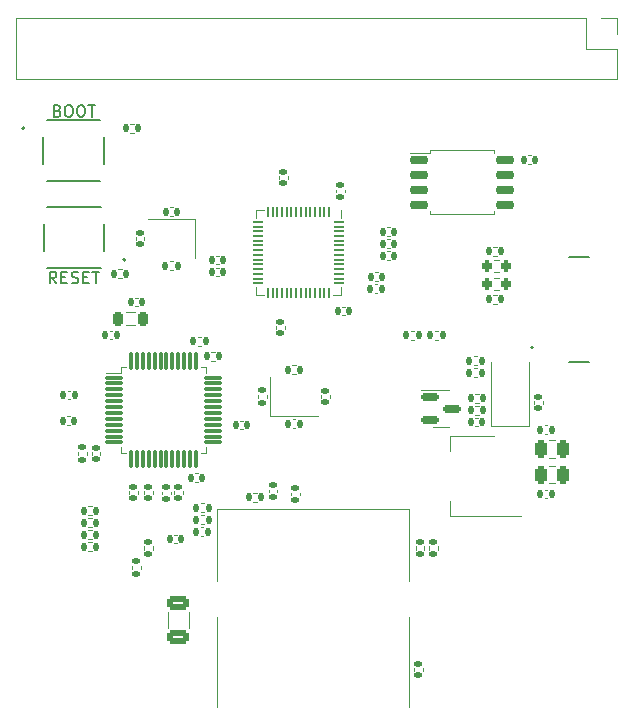
<source format=gbr>
%TF.GenerationSoftware,KiCad,Pcbnew,6.0.2+dfsg-1*%
%TF.CreationDate,2023-01-15T14:43:10-05:00*%
%TF.ProjectId,wiz5500-clone-basic,77697a35-3530-4302-9d63-6c6f6e652d62,rev?*%
%TF.SameCoordinates,Original*%
%TF.FileFunction,Legend,Top*%
%TF.FilePolarity,Positive*%
%FSLAX46Y46*%
G04 Gerber Fmt 4.6, Leading zero omitted, Abs format (unit mm)*
G04 Created by KiCad (PCBNEW 6.0.2+dfsg-1) date 2023-01-15 14:43:10*
%MOMM*%
%LPD*%
G01*
G04 APERTURE LIST*
G04 Aperture macros list*
%AMRoundRect*
0 Rectangle with rounded corners*
0 $1 Rounding radius*
0 $2 $3 $4 $5 $6 $7 $8 $9 X,Y pos of 4 corners*
0 Add a 4 corners polygon primitive as box body*
4,1,4,$2,$3,$4,$5,$6,$7,$8,$9,$2,$3,0*
0 Add four circle primitives for the rounded corners*
1,1,$1+$1,$2,$3*
1,1,$1+$1,$4,$5*
1,1,$1+$1,$6,$7*
1,1,$1+$1,$8,$9*
0 Add four rect primitives between the rounded corners*
20,1,$1+$1,$2,$3,$4,$5,0*
20,1,$1+$1,$4,$5,$6,$7,0*
20,1,$1+$1,$6,$7,$8,$9,0*
20,1,$1+$1,$8,$9,$2,$3,0*%
G04 Aperture macros list end*
%ADD10C,0.150000*%
%ADD11C,0.120000*%
%ADD12C,0.127000*%
%ADD13C,0.200000*%
%ADD14C,0.010000*%
%ADD15RoundRect,0.135000X0.135000X0.185000X-0.135000X0.185000X-0.135000X-0.185000X0.135000X-0.185000X0*%
%ADD16RoundRect,0.140000X-0.140000X-0.170000X0.140000X-0.170000X0.140000X0.170000X-0.140000X0.170000X0*%
%ADD17RoundRect,0.140000X-0.170000X0.140000X-0.170000X-0.140000X0.170000X-0.140000X0.170000X0.140000X0*%
%ADD18RoundRect,0.140000X0.170000X-0.140000X0.170000X0.140000X-0.170000X0.140000X-0.170000X-0.140000X0*%
%ADD19RoundRect,0.135000X-0.135000X-0.185000X0.135000X-0.185000X0.135000X0.185000X-0.135000X0.185000X0*%
%ADD20RoundRect,0.135000X-0.185000X0.135000X-0.185000X-0.135000X0.185000X-0.135000X0.185000X0.135000X0*%
%ADD21RoundRect,0.050000X-0.050000X0.387500X-0.050000X-0.387500X0.050000X-0.387500X0.050000X0.387500X0*%
%ADD22RoundRect,0.050000X-0.387500X0.050000X-0.387500X-0.050000X0.387500X-0.050000X0.387500X0.050000X0*%
%ADD23R,3.200000X3.200000*%
%ADD24R,1.000000X0.750000*%
%ADD25RoundRect,0.250000X-0.650000X0.325000X-0.650000X-0.325000X0.650000X-0.325000X0.650000X0.325000X0*%
%ADD26C,3.250000*%
%ADD27R,1.408000X1.408000*%
%ADD28C,1.408000*%
%ADD29C,1.530000*%
%ADD30C,2.400000*%
%ADD31R,1.400000X1.200000*%
%ADD32RoundRect,0.140000X0.140000X0.170000X-0.140000X0.170000X-0.140000X-0.170000X0.140000X-0.170000X0*%
%ADD33RoundRect,0.135000X0.185000X-0.135000X0.185000X0.135000X-0.185000X0.135000X-0.185000X-0.135000X0*%
%ADD34RoundRect,0.250000X-0.250000X-0.475000X0.250000X-0.475000X0.250000X0.475000X-0.250000X0.475000X0*%
%ADD35R,1.800000X2.500000*%
%ADD36RoundRect,0.218750X0.218750X0.381250X-0.218750X0.381250X-0.218750X-0.381250X0.218750X-0.381250X0*%
%ADD37R,1.700000X1.700000*%
%ADD38O,1.700000X1.700000*%
%ADD39RoundRect,0.200000X-0.200000X-0.275000X0.200000X-0.275000X0.200000X0.275000X-0.200000X0.275000X0*%
%ADD40RoundRect,0.150000X-0.587500X-0.150000X0.587500X-0.150000X0.587500X0.150000X-0.587500X0.150000X0*%
%ADD41C,0.600000*%
%ADD42O,2.000000X0.900000*%
%ADD43O,1.700000X0.900000*%
%ADD44RoundRect,0.075000X-0.662500X-0.075000X0.662500X-0.075000X0.662500X0.075000X-0.662500X0.075000X0*%
%ADD45RoundRect,0.075000X-0.075000X-0.662500X0.075000X-0.662500X0.075000X0.662500X-0.075000X0.662500X0*%
%ADD46R,3.600000X3.600000*%
%ADD47RoundRect,0.150000X-0.650000X-0.150000X0.650000X-0.150000X0.650000X0.150000X-0.650000X0.150000X0*%
%ADD48R,2.000000X1.500000*%
%ADD49R,2.000000X3.800000*%
G04 APERTURE END LIST*
D10*
X63317619Y-117546380D02*
X62984285Y-117070190D01*
X62746190Y-117546380D02*
X62746190Y-116546380D01*
X63127142Y-116546380D01*
X63222380Y-116594000D01*
X63270000Y-116641619D01*
X63317619Y-116736857D01*
X63317619Y-116879714D01*
X63270000Y-116974952D01*
X63222380Y-117022571D01*
X63127142Y-117070190D01*
X62746190Y-117070190D01*
X63746190Y-117022571D02*
X64079523Y-117022571D01*
X64222380Y-117546380D02*
X63746190Y-117546380D01*
X63746190Y-116546380D01*
X64222380Y-116546380D01*
X64603333Y-117498761D02*
X64746190Y-117546380D01*
X64984285Y-117546380D01*
X65079523Y-117498761D01*
X65127142Y-117451142D01*
X65174761Y-117355904D01*
X65174761Y-117260666D01*
X65127142Y-117165428D01*
X65079523Y-117117809D01*
X64984285Y-117070190D01*
X64793809Y-117022571D01*
X64698571Y-116974952D01*
X64650952Y-116927333D01*
X64603333Y-116832095D01*
X64603333Y-116736857D01*
X64650952Y-116641619D01*
X64698571Y-116594000D01*
X64793809Y-116546380D01*
X65031904Y-116546380D01*
X65174761Y-116594000D01*
X65603333Y-117022571D02*
X65936666Y-117022571D01*
X66079523Y-117546380D02*
X65603333Y-117546380D01*
X65603333Y-116546380D01*
X66079523Y-116546380D01*
X66365238Y-116546380D02*
X66936666Y-116546380D01*
X66650952Y-117546380D02*
X66650952Y-116546380D01*
X63412857Y-102925571D02*
X63555714Y-102973190D01*
X63603333Y-103020809D01*
X63650952Y-103116047D01*
X63650952Y-103258904D01*
X63603333Y-103354142D01*
X63555714Y-103401761D01*
X63460476Y-103449380D01*
X63079523Y-103449380D01*
X63079523Y-102449380D01*
X63412857Y-102449380D01*
X63508095Y-102497000D01*
X63555714Y-102544619D01*
X63603333Y-102639857D01*
X63603333Y-102735095D01*
X63555714Y-102830333D01*
X63508095Y-102877952D01*
X63412857Y-102925571D01*
X63079523Y-102925571D01*
X64270000Y-102449380D02*
X64460476Y-102449380D01*
X64555714Y-102497000D01*
X64650952Y-102592238D01*
X64698571Y-102782714D01*
X64698571Y-103116047D01*
X64650952Y-103306523D01*
X64555714Y-103401761D01*
X64460476Y-103449380D01*
X64270000Y-103449380D01*
X64174761Y-103401761D01*
X64079523Y-103306523D01*
X64031904Y-103116047D01*
X64031904Y-102782714D01*
X64079523Y-102592238D01*
X64174761Y-102497000D01*
X64270000Y-102449380D01*
X65317619Y-102449380D02*
X65508095Y-102449380D01*
X65603333Y-102497000D01*
X65698571Y-102592238D01*
X65746190Y-102782714D01*
X65746190Y-103116047D01*
X65698571Y-103306523D01*
X65603333Y-103401761D01*
X65508095Y-103449380D01*
X65317619Y-103449380D01*
X65222380Y-103401761D01*
X65127142Y-103306523D01*
X65079523Y-103116047D01*
X65079523Y-102782714D01*
X65127142Y-102592238D01*
X65222380Y-102497000D01*
X65317619Y-102449380D01*
X66031904Y-102449380D02*
X66603333Y-102449380D01*
X66317619Y-103449380D02*
X66317619Y-102449380D01*
D11*
%TO.C,R16*%
X80290641Y-135256000D02*
X79983359Y-135256000D01*
X80290641Y-136016000D02*
X79983359Y-136016000D01*
%TO.C,C4*%
X104667164Y-135022000D02*
X104882836Y-135022000D01*
X104667164Y-135742000D02*
X104882836Y-135742000D01*
%TO.C,R7*%
X99086641Y-126874000D02*
X98779359Y-126874000D01*
X99086641Y-127634000D02*
X98779359Y-127634000D01*
%TO.C,C24*%
X66315000Y-131845164D02*
X66315000Y-132060836D01*
X67035000Y-131845164D02*
X67035000Y-132060836D01*
%TO.C,C1*%
X103780000Y-127742836D02*
X103780000Y-127527164D01*
X104500000Y-127742836D02*
X104500000Y-127527164D01*
%TO.C,R21*%
X76427359Y-123318000D02*
X76734641Y-123318000D01*
X76427359Y-124078000D02*
X76734641Y-124078000D01*
%TO.C,R19*%
X71500000Y-139800359D02*
X71500000Y-140107641D01*
X70740000Y-139800359D02*
X70740000Y-140107641D01*
%TO.C,U2*%
X87430000Y-117895000D02*
X87430000Y-118545000D01*
X87430000Y-111975000D02*
X87430000Y-111325000D01*
X80210000Y-111325000D02*
X80860000Y-111325000D01*
X80210000Y-111975000D02*
X80210000Y-111325000D01*
X87430000Y-118545000D02*
X86780000Y-118545000D01*
X80210000Y-117895000D02*
X80210000Y-118545000D01*
X80210000Y-118545000D02*
X80860000Y-118545000D01*
D12*
%TO.C,SW2*%
X62220000Y-105119000D02*
X62220000Y-107479000D01*
X67020000Y-108849000D02*
X62520000Y-108849000D01*
X67020000Y-103749000D02*
X62520000Y-103749000D01*
X67320000Y-107479000D02*
X67320000Y-105119000D01*
D13*
X60620000Y-104424000D02*
G75*
G03*
X60620000Y-104424000I-100000J0D01*
G01*
D11*
%TO.C,R5*%
X95350359Y-121540000D02*
X95657641Y-121540000D01*
X95350359Y-122300000D02*
X95657641Y-122300000D01*
%TO.C,C33*%
X74570000Y-145338748D02*
X74570000Y-146761252D01*
X72750000Y-145338748D02*
X72750000Y-146761252D01*
%TO.C,R26*%
X75845641Y-137921000D02*
X75538359Y-137921000D01*
X75845641Y-137161000D02*
X75538359Y-137161000D01*
%TO.C,P1*%
X93218000Y-136652000D02*
X93218000Y-142748000D01*
X76962000Y-145796000D02*
X76962000Y-153416000D01*
X76962000Y-136652000D02*
X76962000Y-142748000D01*
X93218000Y-145796000D02*
X93218000Y-153416000D01*
X76962000Y-136652000D02*
X93218000Y-136652000D01*
%TO.C,R28*%
X93727000Y-139800359D02*
X93727000Y-140107641D01*
X94487000Y-139800359D02*
X94487000Y-140107641D01*
%TO.C,R23*%
X66320641Y-138431000D02*
X66013359Y-138431000D01*
X66320641Y-139191000D02*
X66013359Y-139191000D01*
%TO.C,Y1*%
X75068000Y-115403000D02*
X75068000Y-112103000D01*
X75068000Y-112103000D02*
X71068000Y-112103000D01*
%TO.C,R22*%
X95630000Y-139800359D02*
X95630000Y-140107641D01*
X94870000Y-139800359D02*
X94870000Y-140107641D01*
%TO.C,C8*%
X77069836Y-116946000D02*
X76854164Y-116946000D01*
X77069836Y-116226000D02*
X76854164Y-116226000D01*
%TO.C,R18*%
X69724000Y-141758641D02*
X69724000Y-141451359D01*
X70484000Y-141758641D02*
X70484000Y-141451359D01*
%TO.C,C2*%
X105021748Y-130837000D02*
X105544252Y-130837000D01*
X105021748Y-132307000D02*
X105544252Y-132307000D01*
%TO.C,D1*%
X100077000Y-129638000D02*
X100077000Y-124238000D01*
X100077000Y-129638000D02*
X103377000Y-129638000D01*
X103377000Y-129638000D02*
X103377000Y-124238000D01*
%TO.C,C6*%
X90316164Y-116607000D02*
X90531836Y-116607000D01*
X90316164Y-117327000D02*
X90531836Y-117327000D01*
%TO.C,C31*%
X83331164Y-129053000D02*
X83546836Y-129053000D01*
X83331164Y-129773000D02*
X83546836Y-129773000D01*
%TO.C,C34*%
X82021000Y-135235836D02*
X82021000Y-135020164D01*
X81301000Y-135235836D02*
X81301000Y-135020164D01*
%TO.C,C38*%
X72284000Y-135175164D02*
X72284000Y-135390836D01*
X73004000Y-135175164D02*
X73004000Y-135390836D01*
%TO.C,C36*%
X73513836Y-138832000D02*
X73298164Y-138832000D01*
X73513836Y-139552000D02*
X73298164Y-139552000D01*
%TO.C,R27*%
X75845641Y-136905000D02*
X75538359Y-136905000D01*
X75845641Y-136145000D02*
X75538359Y-136145000D01*
%TO.C,C25*%
X64496836Y-127360000D02*
X64281164Y-127360000D01*
X64496836Y-126640000D02*
X64281164Y-126640000D01*
%TO.C,C30*%
X74020000Y-135147164D02*
X74020000Y-135362836D01*
X73300000Y-135147164D02*
X73300000Y-135362836D01*
%TO.C,R15*%
X83592641Y-124461000D02*
X83285359Y-124461000D01*
X83592641Y-125221000D02*
X83285359Y-125221000D01*
%TO.C,C11*%
X70761000Y-113860836D02*
X70761000Y-113645164D01*
X70041000Y-113860836D02*
X70041000Y-113645164D01*
%TO.C,C37*%
X75771836Y-138197000D02*
X75556164Y-138197000D01*
X75771836Y-138917000D02*
X75556164Y-138917000D01*
%TO.C,L1*%
X69995622Y-119963000D02*
X69196378Y-119963000D01*
X69995622Y-121083000D02*
X69196378Y-121083000D01*
%TO.C,C19*%
X82190000Y-108692836D02*
X82190000Y-108477164D01*
X82910000Y-108692836D02*
X82910000Y-108477164D01*
%TO.C,J2*%
X108204000Y-95063000D02*
X59884000Y-95063000D01*
X110804000Y-100263000D02*
X59884000Y-100263000D01*
X110804000Y-95063000D02*
X110804000Y-96393000D01*
X110804000Y-97663000D02*
X110804000Y-100263000D01*
X109474000Y-95063000D02*
X110804000Y-95063000D01*
X59884000Y-95063000D02*
X59884000Y-100263000D01*
X108204000Y-95063000D02*
X108204000Y-97663000D01*
X108204000Y-97663000D02*
X110804000Y-97663000D01*
%TO.C,C26*%
X68052836Y-122280000D02*
X67837164Y-122280000D01*
X68052836Y-121560000D02*
X67837164Y-121560000D01*
%TO.C,R17*%
X75591641Y-122808000D02*
X75284359Y-122808000D01*
X75591641Y-122048000D02*
X75284359Y-122048000D01*
%TO.C,C29*%
X70760000Y-135147164D02*
X70760000Y-135362836D01*
X71480000Y-135147164D02*
X71480000Y-135362836D01*
%TO.C,R10*%
X100303359Y-118492000D02*
X100610641Y-118492000D01*
X100303359Y-119252000D02*
X100610641Y-119252000D01*
%TO.C,C27*%
X70210000Y-135147164D02*
X70210000Y-135362836D01*
X69490000Y-135147164D02*
X69490000Y-135362836D01*
%TO.C,R3*%
X100346742Y-115555500D02*
X100821258Y-115555500D01*
X100346742Y-116600500D02*
X100821258Y-116600500D01*
%TO.C,C12*%
X90288164Y-117623000D02*
X90503836Y-117623000D01*
X90288164Y-118343000D02*
X90503836Y-118343000D01*
%TO.C,R14*%
X81152000Y-127280641D02*
X81152000Y-126973359D01*
X80392000Y-127280641D02*
X80392000Y-126973359D01*
%TO.C,R2*%
X98652359Y-124459000D02*
X98959641Y-124459000D01*
X98652359Y-123699000D02*
X98959641Y-123699000D01*
%TO.C,C32*%
X86466000Y-127019164D02*
X86466000Y-127234836D01*
X85746000Y-127019164D02*
X85746000Y-127234836D01*
%TO.C,C7*%
X91332164Y-113517000D02*
X91547836Y-113517000D01*
X91332164Y-112797000D02*
X91547836Y-112797000D01*
%TO.C,Q1*%
X95885000Y-129703000D02*
X95235000Y-129703000D01*
X95885000Y-126583000D02*
X94210000Y-126583000D01*
X95885000Y-129703000D02*
X96535000Y-129703000D01*
X95885000Y-126583000D02*
X96535000Y-126583000D01*
%TO.C,C5*%
X105021748Y-132996000D02*
X105544252Y-132996000D01*
X105021748Y-134466000D02*
X105544252Y-134466000D01*
%TO.C,R13*%
X69876641Y-104014000D02*
X69569359Y-104014000D01*
X69876641Y-104774000D02*
X69569359Y-104774000D01*
D12*
%TO.C,J1*%
X106751000Y-124231000D02*
X108431000Y-124231000D01*
X106751000Y-115291000D02*
X108431000Y-115291000D01*
D13*
X103701000Y-122961000D02*
G75*
G03*
X103701000Y-122961000I-100000J0D01*
G01*
D11*
%TO.C,R20*%
X66320641Y-139447000D02*
X66013359Y-139447000D01*
X66320641Y-140207000D02*
X66013359Y-140207000D01*
%TO.C,C28*%
X64468836Y-128799000D02*
X64253164Y-128799000D01*
X64468836Y-129519000D02*
X64253164Y-129519000D01*
%TO.C,C10*%
X73175836Y-111107000D02*
X72960164Y-111107000D01*
X73175836Y-111827000D02*
X72960164Y-111827000D01*
%TO.C,C15*%
X77069836Y-115930000D02*
X76854164Y-115930000D01*
X77069836Y-115210000D02*
X76854164Y-115210000D01*
%TO.C,R9*%
X73221641Y-116419000D02*
X72914359Y-116419000D01*
X73221641Y-115659000D02*
X72914359Y-115659000D01*
%TO.C,C14*%
X91332164Y-115549000D02*
X91547836Y-115549000D01*
X91332164Y-114829000D02*
X91547836Y-114829000D01*
%TO.C,R11*%
X100303359Y-114428000D02*
X100610641Y-114428000D01*
X100303359Y-115188000D02*
X100610641Y-115188000D01*
D12*
%TO.C,SW1*%
X62263500Y-112485000D02*
X62263500Y-114845000D01*
X62563500Y-116215000D02*
X67063500Y-116215000D01*
X62563500Y-111115000D02*
X67063500Y-111115000D01*
X67363500Y-114845000D02*
X67363500Y-112485000D01*
D13*
X69163500Y-115540000D02*
G75*
G03*
X69163500Y-115540000I-100000J0D01*
G01*
D11*
%TO.C,R25*%
X66320641Y-136399000D02*
X66013359Y-136399000D01*
X66320641Y-137159000D02*
X66013359Y-137159000D01*
%TO.C,C9*%
X98797164Y-129646000D02*
X99012836Y-129646000D01*
X98797164Y-128926000D02*
X99012836Y-128926000D01*
%TO.C,R1*%
X98959641Y-125475000D02*
X98652359Y-125475000D01*
X98959641Y-124715000D02*
X98652359Y-124715000D01*
%TO.C,C21*%
X70211836Y-118766000D02*
X69996164Y-118766000D01*
X70211836Y-119486000D02*
X69996164Y-119486000D01*
%TO.C,C20*%
X103270164Y-107421000D02*
X103485836Y-107421000D01*
X103270164Y-106701000D02*
X103485836Y-106701000D01*
%TO.C,C3*%
X104667164Y-130281000D02*
X104882836Y-130281000D01*
X104667164Y-129561000D02*
X104882836Y-129561000D01*
%TO.C,Y2*%
X81439000Y-125477000D02*
X81439000Y-128777000D01*
X81439000Y-128777000D02*
X85439000Y-128777000D01*
%TO.C,R4*%
X100346742Y-117079500D02*
X100821258Y-117079500D01*
X100346742Y-118124500D02*
X100821258Y-118124500D01*
%TO.C,C39*%
X75076164Y-134345000D02*
X75291836Y-134345000D01*
X75076164Y-133625000D02*
X75291836Y-133625000D01*
%TO.C,C17*%
X81936000Y-121177164D02*
X81936000Y-121392836D01*
X82656000Y-121177164D02*
X82656000Y-121392836D01*
%TO.C,R6*%
X93318359Y-122300000D02*
X93625641Y-122300000D01*
X93318359Y-121540000D02*
X93625641Y-121540000D01*
%TO.C,C18*%
X87736000Y-109835836D02*
X87736000Y-109620164D01*
X87016000Y-109835836D02*
X87016000Y-109620164D01*
%TO.C,C16*%
X87522164Y-119528000D02*
X87737836Y-119528000D01*
X87522164Y-120248000D02*
X87737836Y-120248000D01*
%TO.C,C13*%
X91332164Y-114533000D02*
X91547836Y-114533000D01*
X91332164Y-113813000D02*
X91547836Y-113813000D01*
%TO.C,R12*%
X68860641Y-116333000D02*
X68553359Y-116333000D01*
X68860641Y-117093000D02*
X68553359Y-117093000D01*
%TO.C,C23*%
X93620000Y-150348836D02*
X93620000Y-150133164D01*
X94340000Y-150348836D02*
X94340000Y-150133164D01*
%TO.C,U4*%
X75550000Y-131880000D02*
X76000000Y-131880000D01*
X68780000Y-125110000D02*
X67490000Y-125110000D01*
X76000000Y-131880000D02*
X76000000Y-131430000D01*
X68780000Y-131880000D02*
X68780000Y-131430000D01*
X76000000Y-124660000D02*
X76000000Y-125110000D01*
X68780000Y-124660000D02*
X68780000Y-125110000D01*
X69230000Y-131880000D02*
X68780000Y-131880000D01*
X69230000Y-124660000D02*
X68780000Y-124660000D01*
X75550000Y-124660000D02*
X76000000Y-124660000D01*
%TO.C,C22*%
X78886164Y-129180000D02*
X79101836Y-129180000D01*
X78886164Y-129900000D02*
X79101836Y-129900000D01*
%TO.C,R8*%
X99086641Y-128650000D02*
X98779359Y-128650000D01*
X99086641Y-127890000D02*
X98779359Y-127890000D01*
%TO.C,C35*%
X83206000Y-135489836D02*
X83206000Y-135274164D01*
X83926000Y-135489836D02*
X83926000Y-135274164D01*
%TO.C,U3*%
X97663000Y-106241000D02*
X94938000Y-106241000D01*
X94938000Y-106241000D02*
X94938000Y-106501000D01*
X100388000Y-111691000D02*
X100388000Y-111431000D01*
X100388000Y-106241000D02*
X100388000Y-106501000D01*
X94938000Y-106501000D02*
X93263000Y-106501000D01*
X97663000Y-111691000D02*
X94938000Y-111691000D01*
X94938000Y-111691000D02*
X94938000Y-111431000D01*
X97663000Y-106241000D02*
X100388000Y-106241000D01*
X97663000Y-111691000D02*
X100388000Y-111691000D01*
%TO.C,R29*%
X65912000Y-132106641D02*
X65912000Y-131799359D01*
X65152000Y-132106641D02*
X65152000Y-131799359D01*
%TO.C,R24*%
X66320641Y-138175000D02*
X66013359Y-138175000D01*
X66320641Y-137415000D02*
X66013359Y-137415000D01*
%TO.C,U1*%
X96642000Y-130448000D02*
X96642000Y-131708000D01*
X100402000Y-130448000D02*
X96642000Y-130448000D01*
X96642000Y-137268000D02*
X96642000Y-136008000D01*
X102652000Y-137268000D02*
X96642000Y-137268000D01*
%TD*%
%LPC*%
D14*
%TO.C,J1*%
X104231000Y-121211000D02*
X104231000Y-120811000D01*
X104231000Y-120811000D02*
X105471000Y-120811000D01*
X105471000Y-120811000D02*
X105471000Y-121211000D01*
X105471000Y-121211000D02*
X104231000Y-121211000D01*
G36*
X105471000Y-121211000D02*
G01*
X104231000Y-121211000D01*
X104231000Y-120811000D01*
X105471000Y-120811000D01*
X105471000Y-121211000D01*
G37*
X105471000Y-121211000D02*
X104231000Y-121211000D01*
X104231000Y-120811000D01*
X105471000Y-120811000D01*
X105471000Y-121211000D01*
X104231000Y-122511000D02*
X104231000Y-121811000D01*
X104231000Y-121811000D02*
X105471000Y-121811000D01*
X105471000Y-121811000D02*
X105471000Y-122511000D01*
X105471000Y-122511000D02*
X104231000Y-122511000D01*
G36*
X105471000Y-122511000D02*
G01*
X104231000Y-122511000D01*
X104231000Y-121811000D01*
X105471000Y-121811000D01*
X105471000Y-122511000D01*
G37*
X105471000Y-122511000D02*
X104231000Y-122511000D01*
X104231000Y-121811000D01*
X105471000Y-121811000D01*
X105471000Y-122511000D01*
X104231000Y-119711000D02*
X104231000Y-119311000D01*
X104231000Y-119311000D02*
X105471000Y-119311000D01*
X105471000Y-119311000D02*
X105471000Y-119711000D01*
X105471000Y-119711000D02*
X104231000Y-119711000D01*
G36*
X105471000Y-119711000D02*
G01*
X104231000Y-119711000D01*
X104231000Y-119311000D01*
X105471000Y-119311000D01*
X105471000Y-119711000D01*
G37*
X105471000Y-119711000D02*
X104231000Y-119711000D01*
X104231000Y-119311000D01*
X105471000Y-119311000D01*
X105471000Y-119711000D01*
X104231000Y-117711000D02*
X104231000Y-117011000D01*
X104231000Y-117011000D02*
X105471000Y-117011000D01*
X105471000Y-117011000D02*
X105471000Y-117711000D01*
X105471000Y-117711000D02*
X104231000Y-117711000D01*
G36*
X105471000Y-117711000D02*
G01*
X104231000Y-117711000D01*
X104231000Y-117011000D01*
X105471000Y-117011000D01*
X105471000Y-117711000D01*
G37*
X105471000Y-117711000D02*
X104231000Y-117711000D01*
X104231000Y-117011000D01*
X105471000Y-117011000D01*
X105471000Y-117711000D01*
X104231000Y-120711000D02*
X104231000Y-120311000D01*
X104231000Y-120311000D02*
X105471000Y-120311000D01*
X105471000Y-120311000D02*
X105471000Y-120711000D01*
X105471000Y-120711000D02*
X104231000Y-120711000D01*
G36*
X105471000Y-120711000D02*
G01*
X104231000Y-120711000D01*
X104231000Y-120311000D01*
X105471000Y-120311000D01*
X105471000Y-120711000D01*
G37*
X105471000Y-120711000D02*
X104231000Y-120711000D01*
X104231000Y-120311000D01*
X105471000Y-120311000D01*
X105471000Y-120711000D01*
X104231000Y-118211000D02*
X104231000Y-117811000D01*
X104231000Y-117811000D02*
X105471000Y-117811000D01*
X105471000Y-117811000D02*
X105471000Y-118211000D01*
X105471000Y-118211000D02*
X104231000Y-118211000D01*
G36*
X105471000Y-118211000D02*
G01*
X104231000Y-118211000D01*
X104231000Y-117811000D01*
X105471000Y-117811000D01*
X105471000Y-118211000D01*
G37*
X105471000Y-118211000D02*
X104231000Y-118211000D01*
X104231000Y-117811000D01*
X105471000Y-117811000D01*
X105471000Y-118211000D01*
X104231000Y-123311000D02*
X104231000Y-122611000D01*
X104231000Y-122611000D02*
X105471000Y-122611000D01*
X105471000Y-122611000D02*
X105471000Y-123311000D01*
X105471000Y-123311000D02*
X104231000Y-123311000D01*
G36*
X105471000Y-123311000D02*
G01*
X104231000Y-123311000D01*
X104231000Y-122611000D01*
X105471000Y-122611000D01*
X105471000Y-123311000D01*
G37*
X105471000Y-123311000D02*
X104231000Y-123311000D01*
X104231000Y-122611000D01*
X105471000Y-122611000D01*
X105471000Y-123311000D01*
X104231000Y-116911000D02*
X104231000Y-116211000D01*
X104231000Y-116211000D02*
X105471000Y-116211000D01*
X105471000Y-116211000D02*
X105471000Y-116911000D01*
X105471000Y-116911000D02*
X104231000Y-116911000D01*
G36*
X105471000Y-116911000D02*
G01*
X104231000Y-116911000D01*
X104231000Y-116211000D01*
X105471000Y-116211000D01*
X105471000Y-116911000D01*
G37*
X105471000Y-116911000D02*
X104231000Y-116911000D01*
X104231000Y-116211000D01*
X105471000Y-116211000D01*
X105471000Y-116911000D01*
X104231000Y-120211000D02*
X104231000Y-119811000D01*
X104231000Y-119811000D02*
X105471000Y-119811000D01*
X105471000Y-119811000D02*
X105471000Y-120211000D01*
X105471000Y-120211000D02*
X104231000Y-120211000D01*
G36*
X105471000Y-120211000D02*
G01*
X104231000Y-120211000D01*
X104231000Y-119811000D01*
X105471000Y-119811000D01*
X105471000Y-120211000D01*
G37*
X105471000Y-120211000D02*
X104231000Y-120211000D01*
X104231000Y-119811000D01*
X105471000Y-119811000D01*
X105471000Y-120211000D01*
X104231000Y-118711000D02*
X104231000Y-118311000D01*
X104231000Y-118311000D02*
X105471000Y-118311000D01*
X105471000Y-118311000D02*
X105471000Y-118711000D01*
X105471000Y-118711000D02*
X104231000Y-118711000D01*
G36*
X105471000Y-118711000D02*
G01*
X104231000Y-118711000D01*
X104231000Y-118311000D01*
X105471000Y-118311000D01*
X105471000Y-118711000D01*
G37*
X105471000Y-118711000D02*
X104231000Y-118711000D01*
X104231000Y-118311000D01*
X105471000Y-118311000D01*
X105471000Y-118711000D01*
X104231000Y-119211000D02*
X104231000Y-118811000D01*
X104231000Y-118811000D02*
X105471000Y-118811000D01*
X105471000Y-118811000D02*
X105471000Y-119211000D01*
X105471000Y-119211000D02*
X104231000Y-119211000D01*
G36*
X105471000Y-119211000D02*
G01*
X104231000Y-119211000D01*
X104231000Y-118811000D01*
X105471000Y-118811000D01*
X105471000Y-119211000D01*
G37*
X105471000Y-119211000D02*
X104231000Y-119211000D01*
X104231000Y-118811000D01*
X105471000Y-118811000D01*
X105471000Y-119211000D01*
X104231000Y-121711000D02*
X104231000Y-121311000D01*
X104231000Y-121311000D02*
X105471000Y-121311000D01*
X105471000Y-121311000D02*
X105471000Y-121711000D01*
X105471000Y-121711000D02*
X104231000Y-121711000D01*
G36*
X105471000Y-121711000D02*
G01*
X104231000Y-121711000D01*
X104231000Y-121311000D01*
X105471000Y-121311000D01*
X105471000Y-121711000D01*
G37*
X105471000Y-121711000D02*
X104231000Y-121711000D01*
X104231000Y-121311000D01*
X105471000Y-121311000D01*
X105471000Y-121711000D01*
%TD*%
D15*
%TO.C,R16*%
X80647000Y-135636000D03*
X79627000Y-135636000D03*
%TD*%
D16*
%TO.C,C4*%
X104295000Y-135382000D03*
X105255000Y-135382000D03*
%TD*%
D15*
%TO.C,R7*%
X99443000Y-127254000D03*
X98423000Y-127254000D03*
%TD*%
D17*
%TO.C,C24*%
X66675000Y-131473000D03*
X66675000Y-132433000D03*
%TD*%
D18*
%TO.C,C1*%
X104140000Y-128115000D03*
X104140000Y-127155000D03*
%TD*%
D19*
%TO.C,R21*%
X76071000Y-123698000D03*
X77091000Y-123698000D03*
%TD*%
D20*
%TO.C,R19*%
X71120000Y-139444000D03*
X71120000Y-140464000D03*
%TD*%
D21*
%TO.C,U2*%
X86420000Y-111497500D03*
X86020000Y-111497500D03*
X85620000Y-111497500D03*
X85220000Y-111497500D03*
X84820000Y-111497500D03*
X84420000Y-111497500D03*
X84020000Y-111497500D03*
X83620000Y-111497500D03*
X83220000Y-111497500D03*
X82820000Y-111497500D03*
X82420000Y-111497500D03*
X82020000Y-111497500D03*
X81620000Y-111497500D03*
X81220000Y-111497500D03*
D22*
X80382500Y-112335000D03*
X80382500Y-112735000D03*
X80382500Y-113135000D03*
X80382500Y-113535000D03*
X80382500Y-113935000D03*
X80382500Y-114335000D03*
X80382500Y-114735000D03*
X80382500Y-115135000D03*
X80382500Y-115535000D03*
X80382500Y-115935000D03*
X80382500Y-116335000D03*
X80382500Y-116735000D03*
X80382500Y-117135000D03*
X80382500Y-117535000D03*
D21*
X81220000Y-118372500D03*
X81620000Y-118372500D03*
X82020000Y-118372500D03*
X82420000Y-118372500D03*
X82820000Y-118372500D03*
X83220000Y-118372500D03*
X83620000Y-118372500D03*
X84020000Y-118372500D03*
X84420000Y-118372500D03*
X84820000Y-118372500D03*
X85220000Y-118372500D03*
X85620000Y-118372500D03*
X86020000Y-118372500D03*
X86420000Y-118372500D03*
D22*
X87257500Y-117535000D03*
X87257500Y-117135000D03*
X87257500Y-116735000D03*
X87257500Y-116335000D03*
X87257500Y-115935000D03*
X87257500Y-115535000D03*
X87257500Y-115135000D03*
X87257500Y-114735000D03*
X87257500Y-114335000D03*
X87257500Y-113935000D03*
X87257500Y-113535000D03*
X87257500Y-113135000D03*
X87257500Y-112735000D03*
X87257500Y-112335000D03*
D23*
X83820000Y-114935000D03*
%TD*%
D24*
%TO.C,SW2*%
X61770000Y-104424000D03*
X67770000Y-104424000D03*
X67770000Y-108174000D03*
X61770000Y-108174000D03*
%TD*%
D19*
%TO.C,R5*%
X94994000Y-121920000D03*
X96014000Y-121920000D03*
%TD*%
D25*
%TO.C,C33*%
X73660000Y-144575000D03*
X73660000Y-147525000D03*
%TD*%
D15*
%TO.C,R26*%
X76202000Y-137541000D03*
X75182000Y-137541000D03*
%TD*%
D26*
%TO.C,P1*%
X90805000Y-147320000D03*
X79375000Y-147320000D03*
D27*
X80645000Y-140970000D03*
D28*
X81915000Y-138430000D03*
X83185000Y-140970000D03*
X84455000Y-138430000D03*
X85725000Y-140970000D03*
X86995000Y-138430000D03*
X88265000Y-140970000D03*
X89535000Y-138430000D03*
D29*
X78765000Y-152400000D03*
X81332000Y-150700000D03*
X88848000Y-152400000D03*
X91415000Y-150700000D03*
D30*
X77340000Y-144270000D03*
X92840000Y-144270000D03*
%TD*%
D20*
%TO.C,R28*%
X94107000Y-139444000D03*
X94107000Y-140464000D03*
%TD*%
D15*
%TO.C,R23*%
X66677000Y-138811000D03*
X65657000Y-138811000D03*
%TD*%
D31*
%TO.C,Y1*%
X74168000Y-112903000D03*
X71968000Y-112903000D03*
X71968000Y-114603000D03*
X74168000Y-114603000D03*
%TD*%
D20*
%TO.C,R22*%
X95250000Y-139444000D03*
X95250000Y-140464000D03*
%TD*%
D32*
%TO.C,C8*%
X77442000Y-116586000D03*
X76482000Y-116586000D03*
%TD*%
D33*
%TO.C,R18*%
X70104000Y-142115000D03*
X70104000Y-141095000D03*
%TD*%
D34*
%TO.C,C2*%
X104333000Y-131572000D03*
X106233000Y-131572000D03*
%TD*%
D35*
%TO.C,D1*%
X101727000Y-128238000D03*
X101727000Y-124238000D03*
%TD*%
D16*
%TO.C,C6*%
X89944000Y-116967000D03*
X90904000Y-116967000D03*
%TD*%
%TO.C,C31*%
X82959000Y-129413000D03*
X83919000Y-129413000D03*
%TD*%
D18*
%TO.C,C34*%
X81661000Y-135608000D03*
X81661000Y-134648000D03*
%TD*%
D17*
%TO.C,C38*%
X72644000Y-134803000D03*
X72644000Y-135763000D03*
%TD*%
D32*
%TO.C,C36*%
X73886000Y-139192000D03*
X72926000Y-139192000D03*
%TD*%
D15*
%TO.C,R27*%
X76202000Y-136525000D03*
X75182000Y-136525000D03*
%TD*%
D32*
%TO.C,C25*%
X64869000Y-127000000D03*
X63909000Y-127000000D03*
%TD*%
D17*
%TO.C,C30*%
X73660000Y-134775000D03*
X73660000Y-135735000D03*
%TD*%
D15*
%TO.C,R15*%
X83949000Y-124841000D03*
X82929000Y-124841000D03*
%TD*%
D18*
%TO.C,C11*%
X70401000Y-114233000D03*
X70401000Y-113273000D03*
%TD*%
D32*
%TO.C,C37*%
X76144000Y-138557000D03*
X75184000Y-138557000D03*
%TD*%
D36*
%TO.C,L1*%
X70658500Y-120523000D03*
X68533500Y-120523000D03*
%TD*%
D18*
%TO.C,C19*%
X82550000Y-109065000D03*
X82550000Y-108105000D03*
%TD*%
D37*
%TO.C,J2*%
X109474000Y-96393000D03*
D38*
X109474000Y-98933000D03*
X106934000Y-96393000D03*
X106934000Y-98933000D03*
X104394000Y-96393000D03*
X104394000Y-98933000D03*
X101854000Y-96393000D03*
X101854000Y-98933000D03*
X99314000Y-96393000D03*
X99314000Y-98933000D03*
X96774000Y-96393000D03*
X96774000Y-98933000D03*
X94234000Y-96393000D03*
X94234000Y-98933000D03*
X91694000Y-96393000D03*
X91694000Y-98933000D03*
X89154000Y-96393000D03*
X89154000Y-98933000D03*
X86614000Y-96393000D03*
X86614000Y-98933000D03*
X84074000Y-96393000D03*
X84074000Y-98933000D03*
X81534000Y-96393000D03*
X81534000Y-98933000D03*
X78994000Y-96393000D03*
X78994000Y-98933000D03*
X76454000Y-96393000D03*
X76454000Y-98933000D03*
X73914000Y-96393000D03*
X73914000Y-98933000D03*
X71374000Y-96393000D03*
X71374000Y-98933000D03*
X68834000Y-96393000D03*
X68834000Y-98933000D03*
X66294000Y-96393000D03*
X66294000Y-98933000D03*
X63754000Y-96393000D03*
X63754000Y-98933000D03*
X61214000Y-96393000D03*
X61214000Y-98933000D03*
%TD*%
D32*
%TO.C,C26*%
X68425000Y-121920000D03*
X67465000Y-121920000D03*
%TD*%
D15*
%TO.C,R17*%
X75948000Y-122428000D03*
X74928000Y-122428000D03*
%TD*%
D17*
%TO.C,C29*%
X71120000Y-134775000D03*
X71120000Y-135735000D03*
%TD*%
D19*
%TO.C,R10*%
X99947000Y-118872000D03*
X100967000Y-118872000D03*
%TD*%
D17*
%TO.C,C27*%
X69850000Y-134775000D03*
X69850000Y-135735000D03*
%TD*%
D39*
%TO.C,R3*%
X99759000Y-116078000D03*
X101409000Y-116078000D03*
%TD*%
D16*
%TO.C,C12*%
X89916000Y-117983000D03*
X90876000Y-117983000D03*
%TD*%
D33*
%TO.C,R14*%
X80772000Y-127637000D03*
X80772000Y-126617000D03*
%TD*%
D19*
%TO.C,R2*%
X98296000Y-124079000D03*
X99316000Y-124079000D03*
%TD*%
D17*
%TO.C,C32*%
X86106000Y-126647000D03*
X86106000Y-127607000D03*
%TD*%
D16*
%TO.C,C7*%
X90960000Y-113157000D03*
X91920000Y-113157000D03*
%TD*%
D40*
%TO.C,Q1*%
X94947500Y-127193000D03*
X94947500Y-129093000D03*
X96822500Y-128143000D03*
%TD*%
D34*
%TO.C,C5*%
X104333000Y-133731000D03*
X106233000Y-133731000D03*
%TD*%
D15*
%TO.C,R13*%
X70233000Y-104394000D03*
X69213000Y-104394000D03*
%TD*%
D41*
%TO.C,J1*%
X105921000Y-122651000D03*
X105921000Y-116871000D03*
D42*
X105431000Y-124086000D03*
X105431000Y-115436000D03*
D43*
X109601000Y-124086000D03*
X109601000Y-115436000D03*
%TD*%
D15*
%TO.C,R20*%
X66677000Y-139827000D03*
X65657000Y-139827000D03*
%TD*%
D32*
%TO.C,C28*%
X64841000Y-129159000D03*
X63881000Y-129159000D03*
%TD*%
%TO.C,C10*%
X73548000Y-111467000D03*
X72588000Y-111467000D03*
%TD*%
%TO.C,C15*%
X77442000Y-115570000D03*
X76482000Y-115570000D03*
%TD*%
D15*
%TO.C,R9*%
X73578000Y-116039000D03*
X72558000Y-116039000D03*
%TD*%
D16*
%TO.C,C14*%
X90960000Y-115189000D03*
X91920000Y-115189000D03*
%TD*%
D19*
%TO.C,R11*%
X99947000Y-114808000D03*
X100967000Y-114808000D03*
%TD*%
D24*
%TO.C,SW1*%
X67813500Y-115540000D03*
X61813500Y-115540000D03*
X61813500Y-111790000D03*
X67813500Y-111790000D03*
%TD*%
D15*
%TO.C,R25*%
X66677000Y-136779000D03*
X65657000Y-136779000D03*
%TD*%
D16*
%TO.C,C9*%
X98425000Y-129286000D03*
X99385000Y-129286000D03*
%TD*%
D15*
%TO.C,R1*%
X99316000Y-125095000D03*
X98296000Y-125095000D03*
%TD*%
D32*
%TO.C,C21*%
X70584000Y-119126000D03*
X69624000Y-119126000D03*
%TD*%
D16*
%TO.C,C20*%
X102898000Y-107061000D03*
X103858000Y-107061000D03*
%TD*%
%TO.C,C3*%
X104295000Y-129921000D03*
X105255000Y-129921000D03*
%TD*%
D31*
%TO.C,Y2*%
X82339000Y-127977000D03*
X84539000Y-127977000D03*
X84539000Y-126277000D03*
X82339000Y-126277000D03*
%TD*%
D39*
%TO.C,R4*%
X99759000Y-117602000D03*
X101409000Y-117602000D03*
%TD*%
D16*
%TO.C,C39*%
X74704000Y-133985000D03*
X75664000Y-133985000D03*
%TD*%
D17*
%TO.C,C17*%
X82296000Y-120805000D03*
X82296000Y-121765000D03*
%TD*%
D19*
%TO.C,R6*%
X92962000Y-121920000D03*
X93982000Y-121920000D03*
%TD*%
D18*
%TO.C,C18*%
X87376000Y-110208000D03*
X87376000Y-109248000D03*
%TD*%
D16*
%TO.C,C16*%
X87150000Y-119888000D03*
X88110000Y-119888000D03*
%TD*%
%TO.C,C13*%
X90960000Y-114173000D03*
X91920000Y-114173000D03*
%TD*%
D15*
%TO.C,R12*%
X69217000Y-116713000D03*
X68197000Y-116713000D03*
%TD*%
D18*
%TO.C,C23*%
X93980000Y-150721000D03*
X93980000Y-149761000D03*
%TD*%
D44*
%TO.C,U4*%
X68227500Y-125520000D03*
X68227500Y-126020000D03*
X68227500Y-126520000D03*
X68227500Y-127020000D03*
X68227500Y-127520000D03*
X68227500Y-128020000D03*
X68227500Y-128520000D03*
X68227500Y-129020000D03*
X68227500Y-129520000D03*
X68227500Y-130020000D03*
X68227500Y-130520000D03*
X68227500Y-131020000D03*
D45*
X69640000Y-132432500D03*
X70140000Y-132432500D03*
X70640000Y-132432500D03*
X71140000Y-132432500D03*
X71640000Y-132432500D03*
X72140000Y-132432500D03*
X72640000Y-132432500D03*
X73140000Y-132432500D03*
X73640000Y-132432500D03*
X74140000Y-132432500D03*
X74640000Y-132432500D03*
X75140000Y-132432500D03*
D44*
X76552500Y-131020000D03*
X76552500Y-130520000D03*
X76552500Y-130020000D03*
X76552500Y-129520000D03*
X76552500Y-129020000D03*
X76552500Y-128520000D03*
X76552500Y-128020000D03*
X76552500Y-127520000D03*
X76552500Y-127020000D03*
X76552500Y-126520000D03*
X76552500Y-126020000D03*
X76552500Y-125520000D03*
D45*
X75140000Y-124107500D03*
X74640000Y-124107500D03*
X74140000Y-124107500D03*
X73640000Y-124107500D03*
X73140000Y-124107500D03*
X72640000Y-124107500D03*
X72140000Y-124107500D03*
X71640000Y-124107500D03*
X71140000Y-124107500D03*
X70640000Y-124107500D03*
X70140000Y-124107500D03*
X69640000Y-124107500D03*
D46*
X72390000Y-128270000D03*
%TD*%
D16*
%TO.C,C22*%
X78514000Y-129540000D03*
X79474000Y-129540000D03*
%TD*%
D15*
%TO.C,R8*%
X99443000Y-128270000D03*
X98423000Y-128270000D03*
%TD*%
D18*
%TO.C,C35*%
X83566000Y-135862000D03*
X83566000Y-134902000D03*
%TD*%
D47*
%TO.C,U3*%
X94063000Y-107061000D03*
X94063000Y-108331000D03*
X94063000Y-109601000D03*
X94063000Y-110871000D03*
X101263000Y-110871000D03*
X101263000Y-109601000D03*
X101263000Y-108331000D03*
X101263000Y-107061000D03*
%TD*%
D33*
%TO.C,R29*%
X65532000Y-132463000D03*
X65532000Y-131443000D03*
%TD*%
D15*
%TO.C,R24*%
X66677000Y-137795000D03*
X65657000Y-137795000D03*
%TD*%
D48*
%TO.C,U1*%
X101702000Y-136158000D03*
D49*
X95402000Y-133858000D03*
D48*
X101702000Y-133858000D03*
X101702000Y-131558000D03*
%TD*%
M02*

</source>
